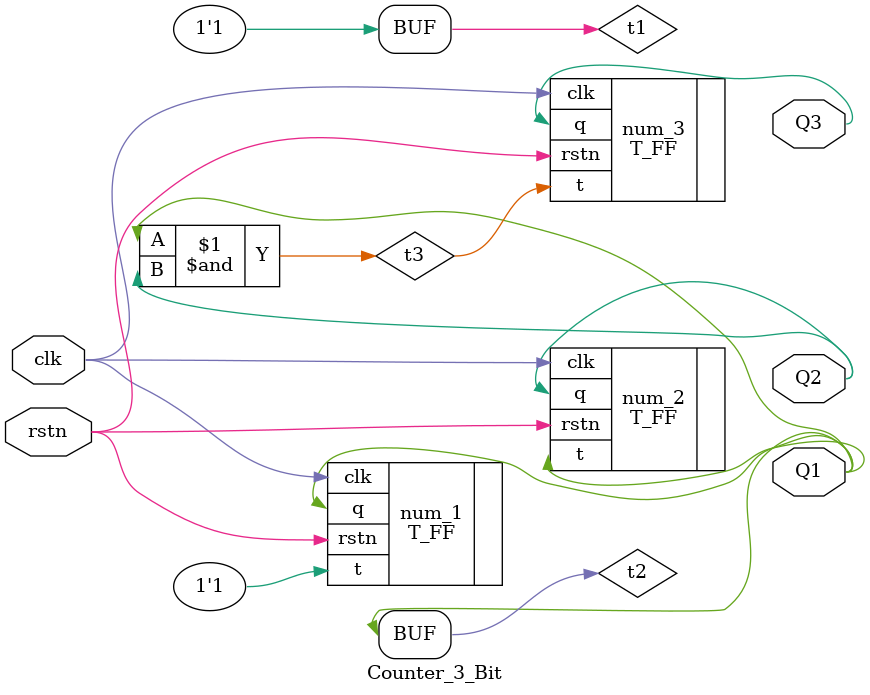
<source format=v>
`timescale 1ns / 1ps

module Counter_3_Bit(input clk, rstn, output Q1,Q2,Q3);

wire t1 = 1'b1;
wire t2 = Q1;
wire t3 = Q1 & Q2;

 T_FF num_1(.clk(clk), .rstn(rstn), .t(t1),.q(Q1));
 T_FF num_2(.clk(clk), .rstn(rstn), .t(t2),.q(Q2));
 T_FF num_3(.clk(clk), .rstn(rstn), .t(t3),.q(Q3));

endmodule

</source>
